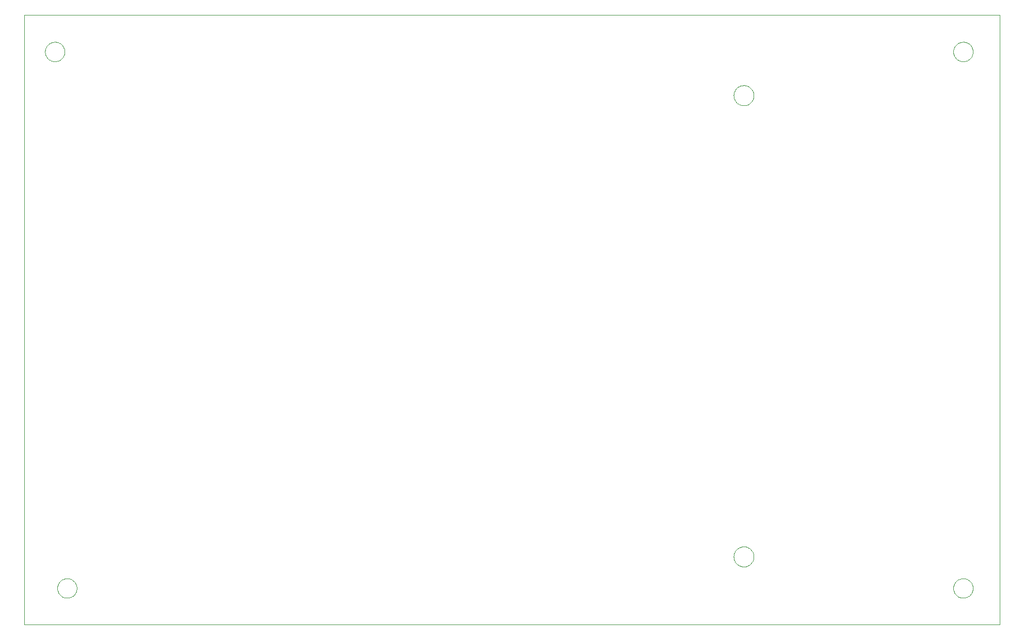
<source format=gko>
G75*
G70*
%OFA0B0*%
%FSLAX24Y24*%
%IPPOS*%
%LPD*%
%AMOC8*
5,1,8,0,0,1.08239X$1,22.5*
%
%ADD10C,0.0000*%
D10*
X000181Y000181D02*
X000181Y039551D01*
X063174Y039551D01*
X063174Y000181D01*
X000181Y000181D01*
X002307Y002544D02*
X002309Y002594D01*
X002315Y002644D01*
X002325Y002693D01*
X002339Y002741D01*
X002356Y002788D01*
X002377Y002833D01*
X002402Y002877D01*
X002430Y002918D01*
X002462Y002957D01*
X002496Y002994D01*
X002533Y003028D01*
X002573Y003058D01*
X002615Y003085D01*
X002659Y003109D01*
X002705Y003130D01*
X002752Y003146D01*
X002800Y003159D01*
X002850Y003168D01*
X002899Y003173D01*
X002950Y003174D01*
X003000Y003171D01*
X003049Y003164D01*
X003098Y003153D01*
X003146Y003138D01*
X003192Y003120D01*
X003237Y003098D01*
X003280Y003072D01*
X003321Y003043D01*
X003360Y003011D01*
X003396Y002976D01*
X003428Y002938D01*
X003458Y002898D01*
X003485Y002855D01*
X003508Y002811D01*
X003527Y002765D01*
X003543Y002717D01*
X003555Y002668D01*
X003563Y002619D01*
X003567Y002569D01*
X003567Y002519D01*
X003563Y002469D01*
X003555Y002420D01*
X003543Y002371D01*
X003527Y002323D01*
X003508Y002277D01*
X003485Y002233D01*
X003458Y002190D01*
X003428Y002150D01*
X003396Y002112D01*
X003360Y002077D01*
X003321Y002045D01*
X003280Y002016D01*
X003237Y001990D01*
X003192Y001968D01*
X003146Y001950D01*
X003098Y001935D01*
X003049Y001924D01*
X003000Y001917D01*
X002950Y001914D01*
X002899Y001915D01*
X002850Y001920D01*
X002800Y001929D01*
X002752Y001942D01*
X002705Y001958D01*
X002659Y001979D01*
X002615Y002003D01*
X002573Y002030D01*
X002533Y002060D01*
X002496Y002094D01*
X002462Y002131D01*
X002430Y002170D01*
X002402Y002211D01*
X002377Y002255D01*
X002356Y002300D01*
X002339Y002347D01*
X002325Y002395D01*
X002315Y002444D01*
X002309Y002494D01*
X002307Y002544D01*
X045988Y004581D02*
X045990Y004631D01*
X045996Y004681D01*
X046006Y004731D01*
X046019Y004779D01*
X046036Y004827D01*
X046057Y004873D01*
X046081Y004917D01*
X046109Y004959D01*
X046140Y004999D01*
X046174Y005036D01*
X046211Y005071D01*
X046250Y005102D01*
X046291Y005131D01*
X046335Y005156D01*
X046381Y005178D01*
X046428Y005196D01*
X046476Y005210D01*
X046525Y005221D01*
X046575Y005228D01*
X046625Y005231D01*
X046676Y005230D01*
X046726Y005225D01*
X046776Y005216D01*
X046824Y005204D01*
X046872Y005187D01*
X046918Y005167D01*
X046963Y005144D01*
X047006Y005117D01*
X047046Y005087D01*
X047084Y005054D01*
X047119Y005018D01*
X047152Y004979D01*
X047181Y004938D01*
X047207Y004895D01*
X047230Y004850D01*
X047249Y004803D01*
X047264Y004755D01*
X047276Y004706D01*
X047284Y004656D01*
X047288Y004606D01*
X047288Y004556D01*
X047284Y004506D01*
X047276Y004456D01*
X047264Y004407D01*
X047249Y004359D01*
X047230Y004312D01*
X047207Y004267D01*
X047181Y004224D01*
X047152Y004183D01*
X047119Y004144D01*
X047084Y004108D01*
X047046Y004075D01*
X047006Y004045D01*
X046963Y004018D01*
X046918Y003995D01*
X046872Y003975D01*
X046824Y003958D01*
X046776Y003946D01*
X046726Y003937D01*
X046676Y003932D01*
X046625Y003931D01*
X046575Y003934D01*
X046525Y003941D01*
X046476Y003952D01*
X046428Y003966D01*
X046381Y003984D01*
X046335Y004006D01*
X046291Y004031D01*
X046250Y004060D01*
X046211Y004091D01*
X046174Y004126D01*
X046140Y004163D01*
X046109Y004203D01*
X046081Y004245D01*
X046057Y004289D01*
X046036Y004335D01*
X046019Y004383D01*
X046006Y004431D01*
X045996Y004481D01*
X045990Y004531D01*
X045988Y004581D01*
X060181Y002544D02*
X060183Y002594D01*
X060189Y002644D01*
X060199Y002693D01*
X060213Y002741D01*
X060230Y002788D01*
X060251Y002833D01*
X060276Y002877D01*
X060304Y002918D01*
X060336Y002957D01*
X060370Y002994D01*
X060407Y003028D01*
X060447Y003058D01*
X060489Y003085D01*
X060533Y003109D01*
X060579Y003130D01*
X060626Y003146D01*
X060674Y003159D01*
X060724Y003168D01*
X060773Y003173D01*
X060824Y003174D01*
X060874Y003171D01*
X060923Y003164D01*
X060972Y003153D01*
X061020Y003138D01*
X061066Y003120D01*
X061111Y003098D01*
X061154Y003072D01*
X061195Y003043D01*
X061234Y003011D01*
X061270Y002976D01*
X061302Y002938D01*
X061332Y002898D01*
X061359Y002855D01*
X061382Y002811D01*
X061401Y002765D01*
X061417Y002717D01*
X061429Y002668D01*
X061437Y002619D01*
X061441Y002569D01*
X061441Y002519D01*
X061437Y002469D01*
X061429Y002420D01*
X061417Y002371D01*
X061401Y002323D01*
X061382Y002277D01*
X061359Y002233D01*
X061332Y002190D01*
X061302Y002150D01*
X061270Y002112D01*
X061234Y002077D01*
X061195Y002045D01*
X061154Y002016D01*
X061111Y001990D01*
X061066Y001968D01*
X061020Y001950D01*
X060972Y001935D01*
X060923Y001924D01*
X060874Y001917D01*
X060824Y001914D01*
X060773Y001915D01*
X060724Y001920D01*
X060674Y001929D01*
X060626Y001942D01*
X060579Y001958D01*
X060533Y001979D01*
X060489Y002003D01*
X060447Y002030D01*
X060407Y002060D01*
X060370Y002094D01*
X060336Y002131D01*
X060304Y002170D01*
X060276Y002211D01*
X060251Y002255D01*
X060230Y002300D01*
X060213Y002347D01*
X060199Y002395D01*
X060189Y002444D01*
X060183Y002494D01*
X060181Y002544D01*
X045988Y034365D02*
X045990Y034415D01*
X045996Y034465D01*
X046006Y034515D01*
X046019Y034563D01*
X046036Y034611D01*
X046057Y034657D01*
X046081Y034701D01*
X046109Y034743D01*
X046140Y034783D01*
X046174Y034820D01*
X046211Y034855D01*
X046250Y034886D01*
X046291Y034915D01*
X046335Y034940D01*
X046381Y034962D01*
X046428Y034980D01*
X046476Y034994D01*
X046525Y035005D01*
X046575Y035012D01*
X046625Y035015D01*
X046676Y035014D01*
X046726Y035009D01*
X046776Y035000D01*
X046824Y034988D01*
X046872Y034971D01*
X046918Y034951D01*
X046963Y034928D01*
X047006Y034901D01*
X047046Y034871D01*
X047084Y034838D01*
X047119Y034802D01*
X047152Y034763D01*
X047181Y034722D01*
X047207Y034679D01*
X047230Y034634D01*
X047249Y034587D01*
X047264Y034539D01*
X047276Y034490D01*
X047284Y034440D01*
X047288Y034390D01*
X047288Y034340D01*
X047284Y034290D01*
X047276Y034240D01*
X047264Y034191D01*
X047249Y034143D01*
X047230Y034096D01*
X047207Y034051D01*
X047181Y034008D01*
X047152Y033967D01*
X047119Y033928D01*
X047084Y033892D01*
X047046Y033859D01*
X047006Y033829D01*
X046963Y033802D01*
X046918Y033779D01*
X046872Y033759D01*
X046824Y033742D01*
X046776Y033730D01*
X046726Y033721D01*
X046676Y033716D01*
X046625Y033715D01*
X046575Y033718D01*
X046525Y033725D01*
X046476Y033736D01*
X046428Y033750D01*
X046381Y033768D01*
X046335Y033790D01*
X046291Y033815D01*
X046250Y033844D01*
X046211Y033875D01*
X046174Y033910D01*
X046140Y033947D01*
X046109Y033987D01*
X046081Y034029D01*
X046057Y034073D01*
X046036Y034119D01*
X046019Y034167D01*
X046006Y034215D01*
X045996Y034265D01*
X045990Y034315D01*
X045988Y034365D01*
X060181Y037189D02*
X060183Y037239D01*
X060189Y037289D01*
X060199Y037338D01*
X060213Y037386D01*
X060230Y037433D01*
X060251Y037478D01*
X060276Y037522D01*
X060304Y037563D01*
X060336Y037602D01*
X060370Y037639D01*
X060407Y037673D01*
X060447Y037703D01*
X060489Y037730D01*
X060533Y037754D01*
X060579Y037775D01*
X060626Y037791D01*
X060674Y037804D01*
X060724Y037813D01*
X060773Y037818D01*
X060824Y037819D01*
X060874Y037816D01*
X060923Y037809D01*
X060972Y037798D01*
X061020Y037783D01*
X061066Y037765D01*
X061111Y037743D01*
X061154Y037717D01*
X061195Y037688D01*
X061234Y037656D01*
X061270Y037621D01*
X061302Y037583D01*
X061332Y037543D01*
X061359Y037500D01*
X061382Y037456D01*
X061401Y037410D01*
X061417Y037362D01*
X061429Y037313D01*
X061437Y037264D01*
X061441Y037214D01*
X061441Y037164D01*
X061437Y037114D01*
X061429Y037065D01*
X061417Y037016D01*
X061401Y036968D01*
X061382Y036922D01*
X061359Y036878D01*
X061332Y036835D01*
X061302Y036795D01*
X061270Y036757D01*
X061234Y036722D01*
X061195Y036690D01*
X061154Y036661D01*
X061111Y036635D01*
X061066Y036613D01*
X061020Y036595D01*
X060972Y036580D01*
X060923Y036569D01*
X060874Y036562D01*
X060824Y036559D01*
X060773Y036560D01*
X060724Y036565D01*
X060674Y036574D01*
X060626Y036587D01*
X060579Y036603D01*
X060533Y036624D01*
X060489Y036648D01*
X060447Y036675D01*
X060407Y036705D01*
X060370Y036739D01*
X060336Y036776D01*
X060304Y036815D01*
X060276Y036856D01*
X060251Y036900D01*
X060230Y036945D01*
X060213Y036992D01*
X060199Y037040D01*
X060189Y037089D01*
X060183Y037139D01*
X060181Y037189D01*
X001520Y037189D02*
X001522Y037239D01*
X001528Y037289D01*
X001538Y037338D01*
X001552Y037386D01*
X001569Y037433D01*
X001590Y037478D01*
X001615Y037522D01*
X001643Y037563D01*
X001675Y037602D01*
X001709Y037639D01*
X001746Y037673D01*
X001786Y037703D01*
X001828Y037730D01*
X001872Y037754D01*
X001918Y037775D01*
X001965Y037791D01*
X002013Y037804D01*
X002063Y037813D01*
X002112Y037818D01*
X002163Y037819D01*
X002213Y037816D01*
X002262Y037809D01*
X002311Y037798D01*
X002359Y037783D01*
X002405Y037765D01*
X002450Y037743D01*
X002493Y037717D01*
X002534Y037688D01*
X002573Y037656D01*
X002609Y037621D01*
X002641Y037583D01*
X002671Y037543D01*
X002698Y037500D01*
X002721Y037456D01*
X002740Y037410D01*
X002756Y037362D01*
X002768Y037313D01*
X002776Y037264D01*
X002780Y037214D01*
X002780Y037164D01*
X002776Y037114D01*
X002768Y037065D01*
X002756Y037016D01*
X002740Y036968D01*
X002721Y036922D01*
X002698Y036878D01*
X002671Y036835D01*
X002641Y036795D01*
X002609Y036757D01*
X002573Y036722D01*
X002534Y036690D01*
X002493Y036661D01*
X002450Y036635D01*
X002405Y036613D01*
X002359Y036595D01*
X002311Y036580D01*
X002262Y036569D01*
X002213Y036562D01*
X002163Y036559D01*
X002112Y036560D01*
X002063Y036565D01*
X002013Y036574D01*
X001965Y036587D01*
X001918Y036603D01*
X001872Y036624D01*
X001828Y036648D01*
X001786Y036675D01*
X001746Y036705D01*
X001709Y036739D01*
X001675Y036776D01*
X001643Y036815D01*
X001615Y036856D01*
X001590Y036900D01*
X001569Y036945D01*
X001552Y036992D01*
X001538Y037040D01*
X001528Y037089D01*
X001522Y037139D01*
X001520Y037189D01*
M02*

</source>
